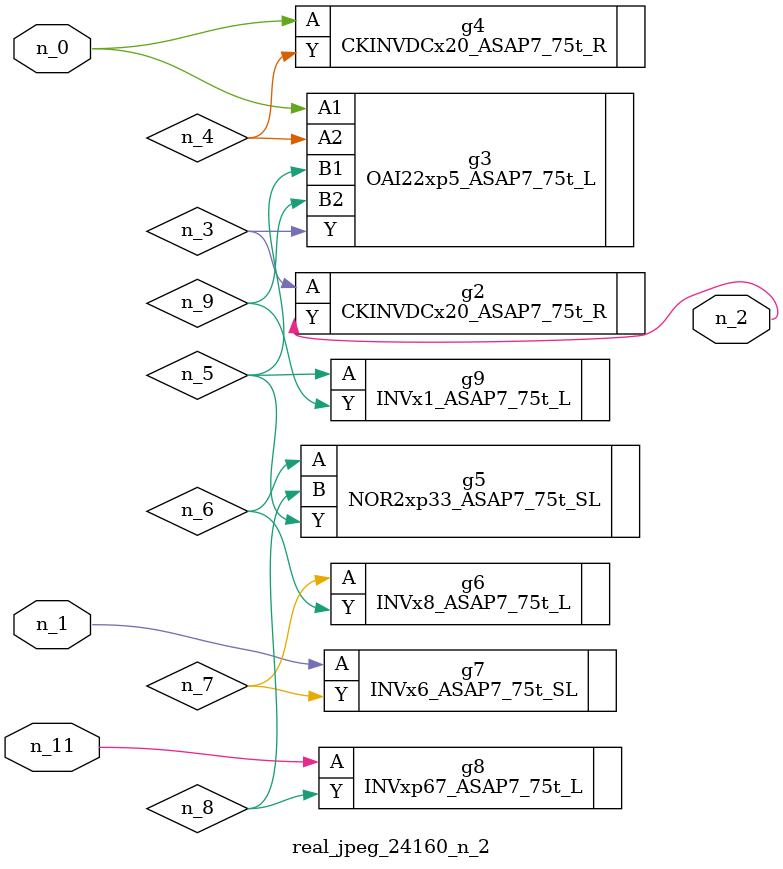
<source format=v>
module real_jpeg_24160_n_2 (n_1, n_11, n_0, n_2);

input n_1;
input n_11;
input n_0;

output n_2;

wire n_5;
wire n_4;
wire n_8;
wire n_6;
wire n_7;
wire n_3;
wire n_9;

OAI22xp5_ASAP7_75t_L g3 ( 
.A1(n_0),
.A2(n_4),
.B1(n_5),
.B2(n_9),
.Y(n_3)
);

CKINVDCx20_ASAP7_75t_R g4 ( 
.A(n_0),
.Y(n_4)
);

INVx6_ASAP7_75t_SL g7 ( 
.A(n_1),
.Y(n_7)
);

CKINVDCx20_ASAP7_75t_R g2 ( 
.A(n_3),
.Y(n_2)
);

INVx1_ASAP7_75t_L g9 ( 
.A(n_5),
.Y(n_9)
);

NOR2xp33_ASAP7_75t_SL g5 ( 
.A(n_6),
.B(n_8),
.Y(n_5)
);

INVx8_ASAP7_75t_L g6 ( 
.A(n_7),
.Y(n_6)
);

INVxp67_ASAP7_75t_L g8 ( 
.A(n_11),
.Y(n_8)
);


endmodule
</source>
